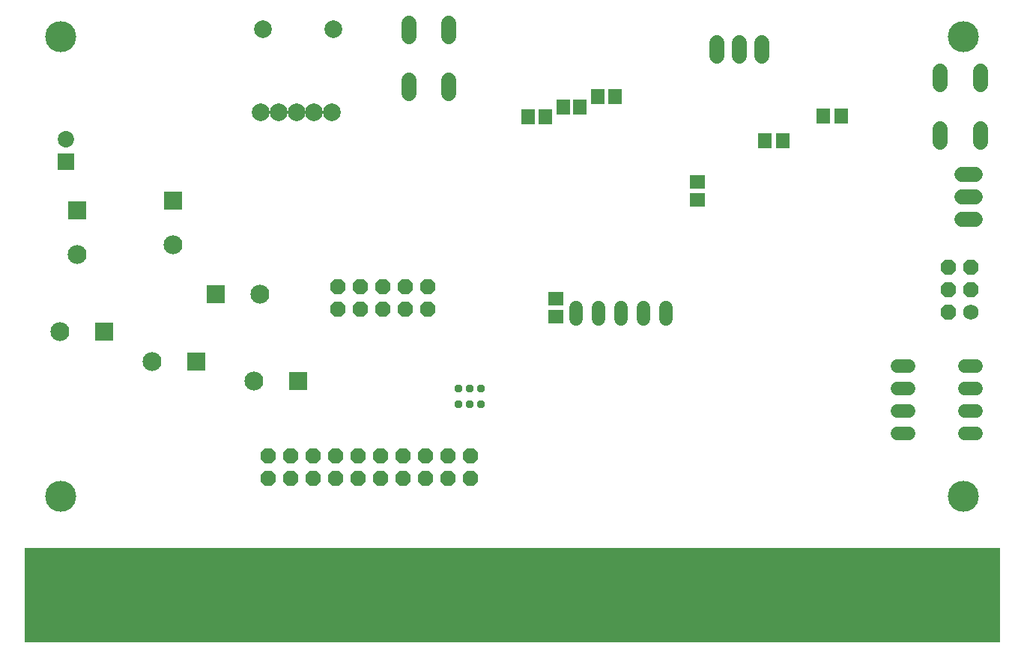
<source format=gbr>
G04 EAGLE Gerber RS-274X export*
G75*
%MOMM*%
%FSLAX34Y34*%
%LPD*%
%INSoldermask Bottom*%
%IPPOS*%
%AMOC8*
5,1,8,0,0,1.08239X$1,22.5*%
G01*
%ADD10R,110.236000X10.668000*%
%ADD11P,1.869504X8X22.500000*%
%ADD12C,1.524000*%
%ADD13C,1.727200*%
%ADD14C,1.727200*%
%ADD15P,1.869504X8X112.500000*%
%ADD16C,3.505200*%
%ADD17C,2.133600*%
%ADD18R,2.133600X2.133600*%
%ADD19C,1.854200*%
%ADD20R,1.854200X1.854200*%
%ADD21C,2.003200*%
%ADD22C,2.009500*%
%ADD23R,1.803200X1.503200*%
%ADD24R,1.503200X1.803200*%
%ADD25R,1.503200X1.703200*%
%ADD26C,0.959600*%


D10*
X549910Y48260D03*
D11*
X274320Y205740D03*
X299720Y205740D03*
X325120Y205740D03*
X350520Y205740D03*
X375920Y205740D03*
X401320Y205740D03*
X274320Y180340D03*
X299720Y180340D03*
X325120Y180340D03*
X350520Y180340D03*
X375920Y180340D03*
X401320Y180340D03*
X426720Y205740D03*
X452120Y205740D03*
X426720Y180340D03*
X452120Y180340D03*
X477520Y205740D03*
X477520Y180340D03*
X502920Y205740D03*
X502920Y180340D03*
D12*
X985266Y307340D02*
X998474Y307340D01*
X998474Y281940D02*
X985266Y281940D01*
X1061466Y281940D02*
X1074674Y281940D01*
X1074674Y307340D02*
X1061466Y307340D01*
X998474Y256540D02*
X985266Y256540D01*
X985266Y231140D02*
X998474Y231140D01*
X1061466Y256540D02*
X1074674Y256540D01*
X1074674Y231140D02*
X1061466Y231140D01*
D13*
X478536Y680212D02*
X478536Y695452D01*
X433324Y695452D02*
X433324Y680212D01*
X478536Y630428D02*
X478536Y615188D01*
X433324Y615188D02*
X433324Y630428D01*
X1079246Y625602D02*
X1079246Y640842D01*
X1034034Y640842D02*
X1034034Y625602D01*
X1079246Y575818D02*
X1079246Y560578D01*
X1034034Y560578D02*
X1034034Y575818D01*
D14*
X1068070Y368300D03*
D15*
X1068070Y393700D03*
X1068070Y419100D03*
X1042670Y368300D03*
X1042670Y393700D03*
X1042670Y419100D03*
D16*
X40000Y160000D03*
X1060000Y680000D03*
X1060000Y160000D03*
X40000Y680000D03*
D17*
X38500Y346710D03*
D18*
X88500Y346710D03*
D19*
X45720Y563680D03*
D20*
X45720Y538680D03*
D21*
X306070Y594360D03*
X326070Y594360D03*
X286070Y594360D03*
X346070Y594360D03*
X266070Y594360D03*
D22*
X268070Y688360D03*
X348070Y688360D03*
D17*
X166370Y444900D03*
D18*
X166370Y494900D03*
D17*
X58420Y433470D03*
D18*
X58420Y483470D03*
D17*
X142640Y312420D03*
D18*
X192640Y312420D03*
D17*
X258210Y290830D03*
D18*
X308210Y290830D03*
D17*
X265030Y388620D03*
D18*
X215030Y388620D03*
D13*
X831850Y657860D02*
X831850Y673100D01*
X806450Y673100D02*
X806450Y657860D01*
X781050Y657860D02*
X781050Y673100D01*
D23*
X599440Y363380D03*
X599440Y383380D03*
X759460Y495460D03*
X759460Y515460D03*
D24*
X921860Y590550D03*
X901860Y590550D03*
X835820Y562610D03*
X855820Y562610D03*
D25*
X666090Y612140D03*
X647090Y612140D03*
X626720Y600710D03*
X607720Y600710D03*
X587350Y589280D03*
X568350Y589280D03*
D13*
X1057910Y473710D02*
X1073150Y473710D01*
X1073150Y499110D02*
X1057910Y499110D01*
X1057910Y524510D02*
X1073150Y524510D01*
D12*
X622300Y373634D02*
X622300Y360426D01*
X647700Y360426D02*
X647700Y373634D01*
X673100Y373634D02*
X673100Y360426D01*
X698500Y360426D02*
X698500Y373634D01*
X723900Y373634D02*
X723900Y360426D01*
D11*
X353060Y372110D03*
X378460Y372110D03*
X403860Y372110D03*
X429260Y372110D03*
X454660Y372110D03*
X353060Y397510D03*
X378460Y397510D03*
X403860Y397510D03*
X429260Y397510D03*
X454660Y397510D03*
D26*
X514350Y281940D03*
X501650Y281940D03*
X488950Y281940D03*
X514350Y264160D03*
X501650Y264160D03*
X488950Y264160D03*
M02*

</source>
